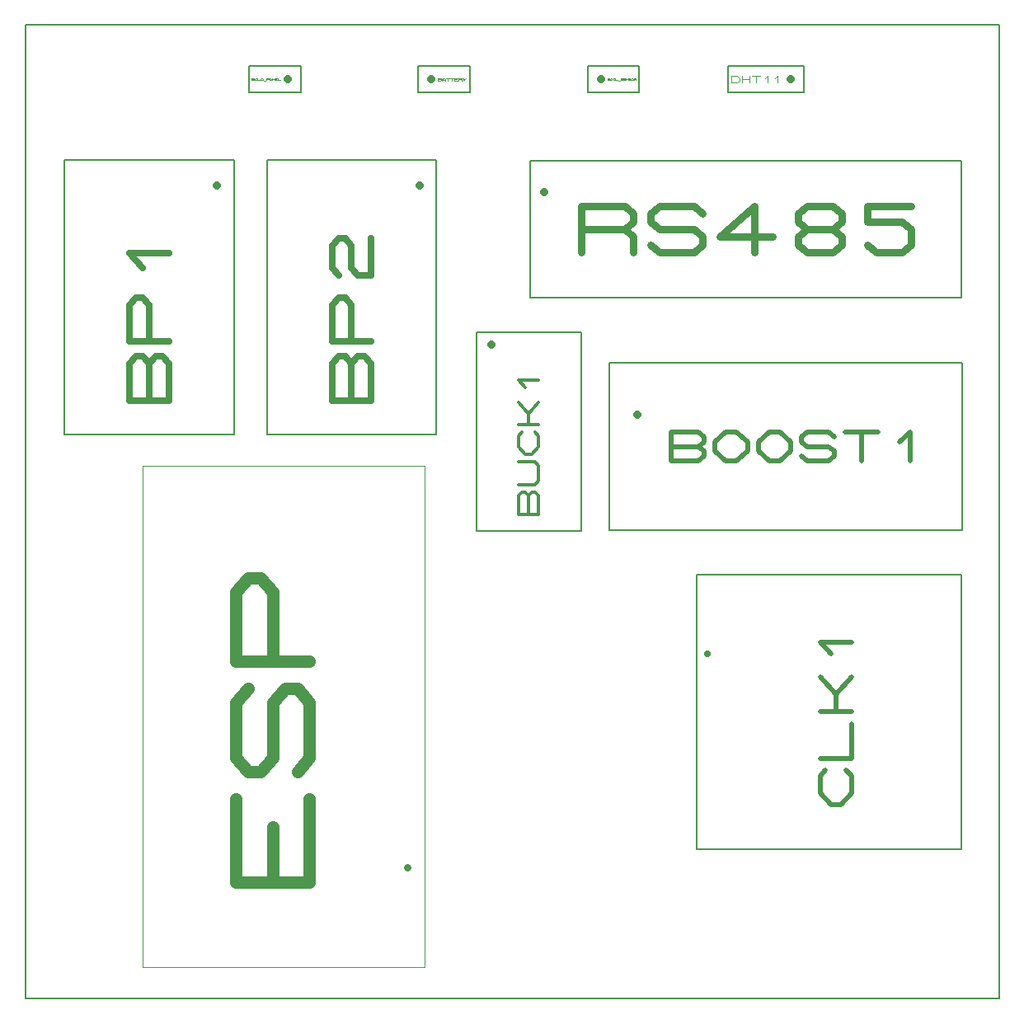
<source format=gbr>
G04 PROTEUS GERBER X2 FILE*
%TF.GenerationSoftware,Labcenter,Proteus,8.13-SP0-Build31525*%
%TF.CreationDate,2025-07-06T18:18:02+00:00*%
%TF.FileFunction,AssemblyDrawing,Top*%
%TF.FilePolarity,Positive*%
%TF.Part,Single*%
%TF.SameCoordinates,{7c6f6ce9-c7c3-4c68-b218-349a6216ac96}*%
%FSLAX45Y45*%
%MOMM*%
G01*
%TA.AperFunction,Profile*%
%ADD71C,0.203200*%
%TA.AperFunction,Material*%
%ADD20C,0.203200*%
%ADD31C,0.812800*%
%ADD32C,0.033020*%
%ADD33C,0.671460*%
%ADD34C,0.496030*%
%ADD35C,0.030010*%
%ADD36C,0.047170*%
%ADD37C,0.791600*%
%ADD38C,0.116840*%
%ADD39C,0.050000*%
%ADD40C,0.800000*%
%ADD41C,1.259510*%
%ADD42C,0.340290*%
%ADD43C,0.711200*%
%ADD44C,0.529470*%
%TD.AperFunction*%
D71*
X-5000000Y-5000000D02*
X+5000000Y-5000000D01*
X+5000000Y+5000000D01*
X-5000000Y+5000000D01*
X-5000000Y-5000000D01*
D20*
X-2701160Y+4302840D02*
X-2172840Y+4302840D01*
X-2172840Y+4577160D01*
X-2701160Y+4577160D01*
X-2701160Y+4302840D01*
D31*
X-2310000Y+4440000D02*
X-2310000Y+4440000D01*
D32*
X-2674490Y+4433396D02*
X-2670776Y+4430094D01*
X-2655917Y+4430094D01*
X-2652202Y+4433396D01*
X-2652202Y+4436698D01*
X-2655917Y+4440000D01*
X-2670776Y+4440000D01*
X-2674490Y+4443302D01*
X-2674490Y+4446604D01*
X-2670776Y+4449906D01*
X-2655917Y+4449906D01*
X-2652202Y+4446604D01*
X-2644772Y+4443302D02*
X-2637343Y+4449906D01*
X-2629913Y+4449906D01*
X-2622484Y+4443302D01*
X-2622484Y+4436698D01*
X-2629913Y+4430094D01*
X-2637343Y+4430094D01*
X-2644772Y+4436698D01*
X-2644772Y+4443302D01*
X-2615054Y+4449906D02*
X-2615054Y+4430094D01*
X-2592766Y+4430094D01*
X-2585336Y+4430094D02*
X-2585336Y+4443302D01*
X-2577907Y+4449906D01*
X-2570477Y+4449906D01*
X-2563048Y+4443302D01*
X-2563048Y+4430094D01*
X-2585336Y+4436698D02*
X-2563048Y+4436698D01*
X-2555618Y+4426792D02*
X-2533330Y+4426792D01*
X-2525900Y+4430094D02*
X-2525900Y+4449906D01*
X-2507327Y+4449906D01*
X-2503612Y+4446604D01*
X-2503612Y+4443302D01*
X-2507327Y+4440000D01*
X-2525900Y+4440000D01*
X-2496182Y+4430094D02*
X-2496182Y+4443302D01*
X-2488753Y+4449906D01*
X-2481323Y+4449906D01*
X-2473894Y+4443302D01*
X-2473894Y+4430094D01*
X-2496182Y+4436698D02*
X-2473894Y+4436698D01*
X-2466464Y+4430094D02*
X-2466464Y+4449906D01*
X-2444176Y+4430094D01*
X-2444176Y+4449906D01*
X-2414458Y+4430094D02*
X-2436746Y+4430094D01*
X-2436746Y+4449906D01*
X-2414458Y+4449906D01*
X-2436746Y+4440000D02*
X-2421887Y+4440000D01*
X-2407028Y+4449906D02*
X-2407028Y+4430094D01*
X-2384740Y+4430094D01*
D20*
X-4600160Y+789840D02*
X-2859840Y+789840D01*
X-2859840Y+3610160D01*
X-4600160Y+3610160D01*
X-4600160Y+789840D01*
D31*
X-3030000Y+3350000D02*
X-3030000Y+3350000D01*
D33*
X-3528560Y+1143122D02*
X-3931439Y+1143122D01*
X-3931439Y+1520821D01*
X-3864293Y+1596361D01*
X-3797146Y+1596361D01*
X-3730000Y+1520821D01*
X-3662853Y+1596361D01*
X-3595706Y+1596361D01*
X-3528560Y+1520821D01*
X-3528560Y+1143122D01*
X-3730000Y+1143122D02*
X-3730000Y+1520821D01*
X-3528560Y+1747441D02*
X-3931439Y+1747441D01*
X-3931439Y+2125140D01*
X-3864293Y+2200680D01*
X-3797146Y+2200680D01*
X-3730000Y+2125140D01*
X-3730000Y+1747441D01*
X-3797146Y+2502839D02*
X-3931439Y+2653919D01*
X-3528560Y+2653919D01*
D20*
X-2520160Y+789840D02*
X-779840Y+789840D01*
X-779840Y+3610160D01*
X-2520160Y+3610160D01*
X-2520160Y+789840D01*
D31*
X-950000Y+3350000D02*
X-950000Y+3350000D01*
D33*
X-1448560Y+1143122D02*
X-1851439Y+1143122D01*
X-1851439Y+1520821D01*
X-1784293Y+1596361D01*
X-1717146Y+1596361D01*
X-1650000Y+1520821D01*
X-1582853Y+1596361D01*
X-1515706Y+1596361D01*
X-1448560Y+1520821D01*
X-1448560Y+1143122D01*
X-1650000Y+1143122D02*
X-1650000Y+1520821D01*
X-1448560Y+1747441D02*
X-1851439Y+1747441D01*
X-1851439Y+2125140D01*
X-1784293Y+2200680D01*
X-1717146Y+2200680D01*
X-1650000Y+2125140D01*
X-1650000Y+1747441D01*
X-1784293Y+2427299D02*
X-1851439Y+2502839D01*
X-1851439Y+2729459D01*
X-1784293Y+2804999D01*
X-1717146Y+2804999D01*
X-1650000Y+2729459D01*
X-1650000Y+2502839D01*
X-1582853Y+2427299D01*
X-1448560Y+2427299D01*
X-1448560Y+2804999D01*
D20*
X+999840Y-190160D02*
X+4620160Y-190160D01*
X+4620160Y+1530160D01*
X+999840Y+1530160D01*
X+999840Y-190160D01*
D31*
X+1285000Y+995000D02*
X+1285000Y+995000D01*
D34*
X+1633613Y+521190D02*
X+1633613Y+818810D01*
X+1912631Y+818810D01*
X+1968434Y+769207D01*
X+1968434Y+719603D01*
X+1912631Y+670000D01*
X+1968434Y+620397D01*
X+1968434Y+570793D01*
X+1912631Y+521190D01*
X+1633613Y+521190D01*
X+1633613Y+670000D02*
X+1912631Y+670000D01*
X+2080042Y+719603D02*
X+2191649Y+818810D01*
X+2303256Y+818810D01*
X+2414863Y+719603D01*
X+2414863Y+620397D01*
X+2303256Y+521190D01*
X+2191649Y+521190D01*
X+2080042Y+620397D01*
X+2080042Y+719603D01*
X+2526471Y+719603D02*
X+2638078Y+818810D01*
X+2749685Y+818810D01*
X+2861292Y+719603D01*
X+2861292Y+620397D01*
X+2749685Y+521190D01*
X+2638078Y+521190D01*
X+2526471Y+620397D01*
X+2526471Y+719603D01*
X+2972900Y+570793D02*
X+3028703Y+521190D01*
X+3251918Y+521190D01*
X+3307721Y+570793D01*
X+3307721Y+620397D01*
X+3251918Y+670000D01*
X+3028703Y+670000D01*
X+2972900Y+719603D01*
X+2972900Y+769207D01*
X+3028703Y+818810D01*
X+3251918Y+818810D01*
X+3307721Y+769207D01*
X+3419329Y+818810D02*
X+3754150Y+818810D01*
X+3586739Y+818810D02*
X+3586739Y+521190D01*
X+3977365Y+719603D02*
X+4088972Y+818810D01*
X+4088972Y+521190D01*
D20*
X+772840Y+4302840D02*
X+1301160Y+4302840D01*
X+1301160Y+4577160D01*
X+772840Y+4577160D01*
X+772840Y+4302840D01*
D31*
X+910000Y+4440000D02*
X+910000Y+4440000D01*
D35*
X+977312Y+4433996D02*
X+980689Y+4430994D01*
X+994197Y+4430994D01*
X+997574Y+4433996D01*
X+997574Y+4436998D01*
X+994197Y+4440000D01*
X+980689Y+4440000D01*
X+977312Y+4443001D01*
X+977312Y+4446003D01*
X+980689Y+4449005D01*
X+994197Y+4449005D01*
X+997574Y+4446003D01*
X+1004328Y+4443001D02*
X+1011082Y+4449005D01*
X+1017836Y+4449005D01*
X+1024590Y+4443001D01*
X+1024590Y+4436998D01*
X+1017836Y+4430994D01*
X+1011082Y+4430994D01*
X+1004328Y+4436998D01*
X+1004328Y+4443001D01*
X+1034721Y+4449005D02*
X+1048229Y+4449005D01*
X+1041475Y+4449005D02*
X+1041475Y+4430994D01*
X+1034721Y+4430994D02*
X+1048229Y+4430994D01*
X+1058360Y+4449005D02*
X+1058360Y+4430994D01*
X+1078622Y+4430994D01*
X+1085376Y+4427992D02*
X+1105638Y+4427992D01*
X+1112392Y+4433996D02*
X+1115769Y+4430994D01*
X+1129277Y+4430994D01*
X+1132654Y+4433996D01*
X+1132654Y+4436998D01*
X+1129277Y+4440000D01*
X+1115769Y+4440000D01*
X+1112392Y+4443001D01*
X+1112392Y+4446003D01*
X+1115769Y+4449005D01*
X+1129277Y+4449005D01*
X+1132654Y+4446003D01*
X+1159670Y+4430994D02*
X+1139408Y+4430994D01*
X+1139408Y+4449005D01*
X+1159670Y+4449005D01*
X+1139408Y+4440000D02*
X+1152916Y+4440000D01*
X+1166424Y+4430994D02*
X+1166424Y+4449005D01*
X+1186686Y+4430994D01*
X+1186686Y+4449005D01*
X+1193440Y+4433996D02*
X+1196817Y+4430994D01*
X+1210325Y+4430994D01*
X+1213702Y+4433996D01*
X+1213702Y+4436998D01*
X+1210325Y+4440000D01*
X+1196817Y+4440000D01*
X+1193440Y+4443001D01*
X+1193440Y+4446003D01*
X+1196817Y+4449005D01*
X+1210325Y+4449005D01*
X+1213702Y+4446003D01*
X+1220456Y+4443001D02*
X+1227210Y+4449005D01*
X+1233964Y+4449005D01*
X+1240718Y+4443001D01*
X+1240718Y+4436998D01*
X+1233964Y+4430994D01*
X+1227210Y+4430994D01*
X+1220456Y+4436998D01*
X+1220456Y+4443001D01*
X+1247472Y+4430994D02*
X+1247472Y+4449005D01*
X+1264357Y+4449005D01*
X+1267734Y+4446003D01*
X+1267734Y+4443001D01*
X+1264357Y+4440000D01*
X+1247472Y+4440000D01*
X+1264357Y+4440000D02*
X+1267734Y+4436998D01*
X+1267734Y+4430994D01*
D20*
X-967160Y+4302840D02*
X-438840Y+4302840D01*
X-438840Y+4577160D01*
X-967160Y+4577160D01*
X-967160Y+4302840D01*
D31*
X-830000Y+4440000D02*
X-830000Y+4440000D01*
D36*
X-762685Y+4425849D02*
X-762685Y+4454151D01*
X-736152Y+4454151D01*
X-730846Y+4449434D01*
X-730846Y+4444717D01*
X-736152Y+4440000D01*
X-730846Y+4435283D01*
X-730846Y+4430566D01*
X-736152Y+4425849D01*
X-762685Y+4425849D01*
X-762685Y+4440000D02*
X-736152Y+4440000D01*
X-720232Y+4425849D02*
X-720232Y+4444717D01*
X-709619Y+4454151D01*
X-699006Y+4454151D01*
X-688393Y+4444717D01*
X-688393Y+4425849D01*
X-720232Y+4435283D02*
X-688393Y+4435283D01*
X-677779Y+4454151D02*
X-645940Y+4454151D01*
X-661860Y+4454151D02*
X-661860Y+4425849D01*
X-635326Y+4454151D02*
X-603487Y+4454151D01*
X-619407Y+4454151D02*
X-619407Y+4425849D01*
X-561034Y+4425849D02*
X-592873Y+4425849D01*
X-592873Y+4454151D01*
X-561034Y+4454151D01*
X-592873Y+4440000D02*
X-571647Y+4440000D01*
X-550420Y+4425849D02*
X-550420Y+4454151D01*
X-523887Y+4454151D01*
X-518581Y+4449434D01*
X-518581Y+4444717D01*
X-523887Y+4440000D01*
X-550420Y+4440000D01*
X-523887Y+4440000D02*
X-518581Y+4435283D01*
X-518581Y+4425849D01*
X-476128Y+4454151D02*
X-507967Y+4425849D01*
X-507967Y+4454151D02*
X-492048Y+4440000D01*
D20*
X+184840Y+2199840D02*
X+4615160Y+2199840D01*
X+4615160Y+3600160D01*
X+184840Y+3600160D01*
X+184840Y+2199840D01*
D31*
X+325000Y+3281000D02*
X+325000Y+3281000D01*
D37*
X+709300Y+2662520D02*
X+709300Y+3137480D01*
X+1154575Y+3137480D01*
X+1243630Y+3058320D01*
X+1243630Y+2979160D01*
X+1154575Y+2900000D01*
X+709300Y+2900000D01*
X+1154575Y+2900000D02*
X+1243630Y+2820840D01*
X+1243630Y+2662520D01*
X+1421740Y+2741680D02*
X+1510795Y+2662520D01*
X+1867015Y+2662520D01*
X+1956070Y+2741680D01*
X+1956070Y+2820840D01*
X+1867015Y+2900000D01*
X+1510795Y+2900000D01*
X+1421740Y+2979160D01*
X+1421740Y+3058320D01*
X+1510795Y+3137480D01*
X+1867015Y+3137480D01*
X+1956070Y+3058320D01*
X+2668510Y+2820840D02*
X+2134180Y+2820840D01*
X+2490400Y+3137480D01*
X+2490400Y+2662520D01*
X+3024730Y+2900000D02*
X+2935675Y+2979160D01*
X+2935675Y+3058320D01*
X+3024730Y+3137480D01*
X+3291895Y+3137480D01*
X+3380950Y+3058320D01*
X+3380950Y+2979160D01*
X+3291895Y+2900000D01*
X+3024730Y+2900000D01*
X+2935675Y+2820840D01*
X+2935675Y+2741680D01*
X+3024730Y+2662520D01*
X+3291895Y+2662520D01*
X+3380950Y+2741680D01*
X+3380950Y+2820840D01*
X+3291895Y+2900000D01*
X+4093390Y+3137480D02*
X+3648115Y+3137480D01*
X+3648115Y+2979160D01*
X+4004335Y+2979160D01*
X+4093390Y+2900000D01*
X+4093390Y+2741680D01*
X+4004335Y+2662520D01*
X+3737170Y+2662520D01*
X+3648115Y+2741680D01*
D20*
X+2212840Y+4302840D02*
X+2995160Y+4302840D01*
X+2995160Y+4577160D01*
X+2212840Y+4577160D01*
X+2212840Y+4302840D01*
D31*
X+2858000Y+4440000D02*
X+2858000Y+4440000D01*
D38*
X+2252210Y+4404948D02*
X+2252210Y+4475052D01*
X+2304788Y+4475052D01*
X+2331077Y+4451684D01*
X+2331077Y+4428316D01*
X+2304788Y+4404948D01*
X+2252210Y+4404948D01*
X+2357366Y+4404948D02*
X+2357366Y+4475052D01*
X+2436233Y+4475052D02*
X+2436233Y+4404948D01*
X+2357366Y+4440000D02*
X+2436233Y+4440000D01*
X+2462522Y+4475052D02*
X+2541389Y+4475052D01*
X+2501955Y+4475052D02*
X+2501955Y+4404948D01*
X+2593967Y+4451684D02*
X+2620256Y+4475052D01*
X+2620256Y+4404948D01*
X+2699123Y+4451684D02*
X+2725412Y+4475052D01*
X+2725412Y+4404948D01*
D39*
X-897000Y-4672512D02*
X-897000Y+472512D01*
X-3798000Y+472512D01*
X-3798000Y-4672512D01*
X-897000Y-4672512D01*
D40*
X-1080000Y-3652000D02*
X-1080000Y-3652000D01*
D41*
X-2082396Y-2950172D02*
X-2082396Y-3800344D01*
X-2838105Y-3800344D01*
X-2838105Y-2950172D01*
X-2460250Y-3800344D02*
X-2460250Y-3233563D01*
X-2208347Y-2666781D02*
X-2082396Y-2525086D01*
X-2082396Y-1958305D01*
X-2208347Y-1816609D01*
X-2334299Y-1816609D01*
X-2460250Y-1958305D01*
X-2460250Y-2525086D01*
X-2586202Y-2666781D01*
X-2712153Y-2666781D01*
X-2838105Y-2525086D01*
X-2838105Y-1958305D01*
X-2712153Y-1816609D01*
X-2082396Y-1533218D02*
X-2838105Y-1533218D01*
X-2838105Y-824742D01*
X-2712153Y-683046D01*
X-2586202Y-683046D01*
X-2460250Y-824742D01*
X-2460250Y-1533218D01*
D20*
X-370160Y-200160D02*
X+710160Y-200160D01*
X+710160Y+1840160D01*
X-370160Y+1840160D01*
X-370160Y-200160D01*
D31*
X-211000Y+1720000D02*
X-211000Y+1720000D01*
D42*
X+272089Y-26067D02*
X+67911Y-26067D01*
X+67911Y+165349D01*
X+101941Y+203633D01*
X+135970Y+203633D01*
X+170000Y+165349D01*
X+204030Y+203633D01*
X+238059Y+203633D01*
X+272089Y+165349D01*
X+272089Y-26067D01*
X+170000Y-26067D02*
X+170000Y+165349D01*
X+67911Y+280200D02*
X+238059Y+280200D01*
X+272089Y+318483D01*
X+272089Y+471616D01*
X+238059Y+509900D01*
X+67911Y+509900D01*
X+238059Y+816167D02*
X+272089Y+777883D01*
X+272089Y+663033D01*
X+204030Y+586467D01*
X+135970Y+586467D01*
X+67911Y+663033D01*
X+67911Y+777883D01*
X+101941Y+816167D01*
X+67911Y+892734D02*
X+272089Y+892734D01*
X+67911Y+1122434D02*
X+170000Y+1007584D01*
X+272089Y+1122434D01*
X+170000Y+892734D02*
X+170000Y+1007584D01*
X+135970Y+1275567D02*
X+67911Y+1352134D01*
X+272089Y+1352134D01*
D20*
X+1889840Y-3466160D02*
X+4610160Y-3466160D01*
X+4610160Y-645840D01*
X+1889840Y-645840D01*
X+1889840Y-3466160D01*
D43*
X+2000000Y-1456000D02*
X+2000000Y-1456000D01*
D44*
X+3428755Y-2651662D02*
X+3481703Y-2711228D01*
X+3481703Y-2889926D01*
X+3375808Y-3009058D01*
X+3269912Y-3009058D01*
X+3164017Y-2889926D01*
X+3164017Y-2711228D01*
X+3216965Y-2651662D01*
X+3164017Y-2532529D02*
X+3481703Y-2532529D01*
X+3481703Y-2175133D01*
X+3164017Y-2056000D02*
X+3481703Y-2056000D01*
X+3164017Y-1698604D02*
X+3322860Y-1877302D01*
X+3481703Y-1698604D01*
X+3322860Y-2056000D02*
X+3322860Y-1877302D01*
X+3269912Y-1460339D02*
X+3164017Y-1341207D01*
X+3481703Y-1341207D01*
M02*

</source>
